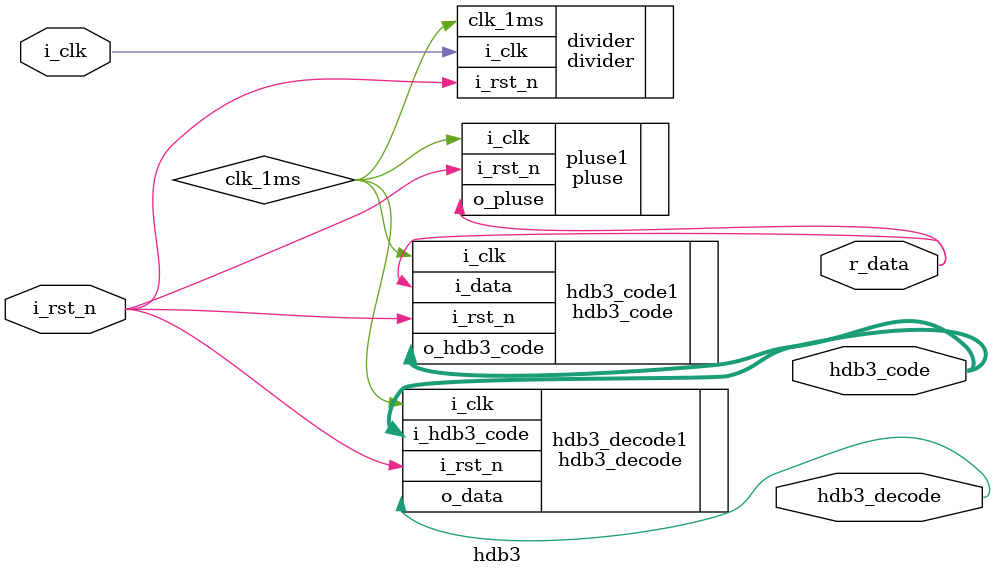
<source format=v>
module hdb3(
	input i_clk,
	input i_rst_n,
	output hdb3_decode,
	output [1:0] hdb3_code,
	output r_data
);

	//wire data;
	//wire [1:0] w_hdb3_code;
	wire clk_1ms;

	defparam divider.T = 25000;
	divider divider(
		.i_clk(i_clk),
		.i_rst_n(i_rst_n),
		.clk_1ms(clk_1ms)
	);

	pluse pluse1(
		.i_clk(clk_1ms),    // Clock
		.i_rst_n(i_rst_n),
		.o_pluse(r_data)
	);

	hdb3_code hdb3_code1(
		 .i_rst_n(i_rst_n),
		 .i_clk(clk_1ms),
		 .i_data(r_data),
		 .o_hdb3_code(hdb3_code)
	);

	hdb3_decode hdb3_decode1(
		.i_rst_n(i_rst_n),
		.i_clk(clk_1ms),
		.i_hdb3_code(hdb3_code),
		.o_data(hdb3_decode)
	);

endmodule

</source>
